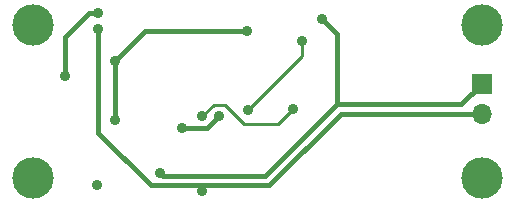
<source format=gbl>
G04 #@! TF.GenerationSoftware,KiCad,Pcbnew,(5.1.4)-1*
G04 #@! TF.CreationDate,2020-03-31T09:33:02+09:00*
G04 #@! TF.ProjectId,solenoid-driver,736f6c65-6e6f-4696-942d-647269766572,rev?*
G04 #@! TF.SameCoordinates,Original*
G04 #@! TF.FileFunction,Copper,L2,Bot*
G04 #@! TF.FilePolarity,Positive*
%FSLAX46Y46*%
G04 Gerber Fmt 4.6, Leading zero omitted, Abs format (unit mm)*
G04 Created by KiCad (PCBNEW (5.1.4)-1) date 2020-03-31 09:33:02*
%MOMM*%
%LPD*%
G04 APERTURE LIST*
%ADD10C,3.500000*%
%ADD11O,1.700000X1.700000*%
%ADD12R,1.700000X1.700000*%
%ADD13C,0.889000*%
%ADD14C,0.381000*%
%ADD15C,0.254000*%
G04 APERTURE END LIST*
D10*
X210000000Y-124000000D03*
X210000000Y-111000000D03*
X172000000Y-124000000D03*
X172000000Y-111000000D03*
D11*
X210000000Y-118540000D03*
D12*
X210000000Y-116000000D03*
D13*
X190119000Y-111506000D03*
X178943000Y-114046000D03*
X187750000Y-118750000D03*
X177419000Y-124587000D03*
X178908500Y-119091500D03*
X184658000Y-119761000D03*
X177546000Y-109982000D03*
X174752000Y-115316000D03*
X196500000Y-110500000D03*
X182753000Y-123571000D03*
X177546000Y-111379000D03*
X186309000Y-125095000D03*
X194056000Y-118110000D03*
X186309000Y-118745000D03*
X194818000Y-112395000D03*
X190246000Y-118237000D03*
D14*
X178943000Y-119057000D02*
X178908500Y-119091500D01*
X178943000Y-114046000D02*
X178943000Y-119057000D01*
X181483000Y-111506000D02*
X178943000Y-114046000D01*
X190119000Y-111506000D02*
X181483000Y-111506000D01*
X186739000Y-119761000D02*
X187750000Y-118750000D01*
X184658000Y-119761000D02*
X186739000Y-119761000D01*
X176784000Y-109982000D02*
X177546000Y-109982000D01*
X174752000Y-112014000D02*
X176784000Y-109982000D01*
X174752000Y-115316000D02*
X174752000Y-112014000D01*
X197750000Y-111750000D02*
X197750000Y-117718000D01*
X196500000Y-110500000D02*
X197750000Y-111750000D01*
X208282000Y-117718000D02*
X210000000Y-116000000D01*
X197750000Y-117718000D02*
X208282000Y-117718000D01*
X183007000Y-123825000D02*
X182753000Y-123571000D01*
X191643000Y-123825000D02*
X183007000Y-123825000D01*
X197750000Y-117718000D02*
X191643000Y-123825000D01*
X198071000Y-118540000D02*
X210000000Y-118540000D01*
X192024000Y-124587000D02*
X198071000Y-118540000D01*
X177546000Y-111379000D02*
X177546000Y-120142000D01*
X177546000Y-120142000D02*
X181991000Y-124587000D01*
D15*
X186182000Y-124968000D02*
X186182000Y-124587000D01*
X186309000Y-125095000D02*
X186182000Y-124968000D01*
D14*
X181991000Y-124587000D02*
X186182000Y-124587000D01*
X186182000Y-124587000D02*
X192024000Y-124587000D01*
D15*
X192786000Y-119380000D02*
X194056000Y-118110000D01*
X189865000Y-119380000D02*
X192786000Y-119380000D01*
X188235000Y-117750000D02*
X189865000Y-119380000D01*
X186309000Y-118745000D02*
X187304000Y-117750000D01*
X187304000Y-117750000D02*
X188235000Y-117750000D01*
X194818000Y-113665000D02*
X190246000Y-118237000D01*
X194818000Y-112395000D02*
X194818000Y-113665000D01*
M02*

</source>
